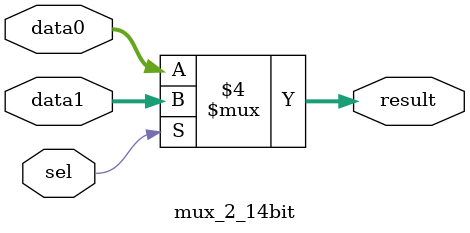
<source format=v>
/*
Anthony De Caria - November 04, 2014

This module creates a 14-bit two input Mux.
*/

module mux_2_14bit(data1, data0, sel, result);
	input [13:0] data0, data1;
	input sel;
	output reg [13:0] result;
	
	always@(sel)
	begin
		if (~sel)
		begin
			result <= data0;
		end
		else
		begin
			result <= data1;
		end
	end
endmodule


</source>
